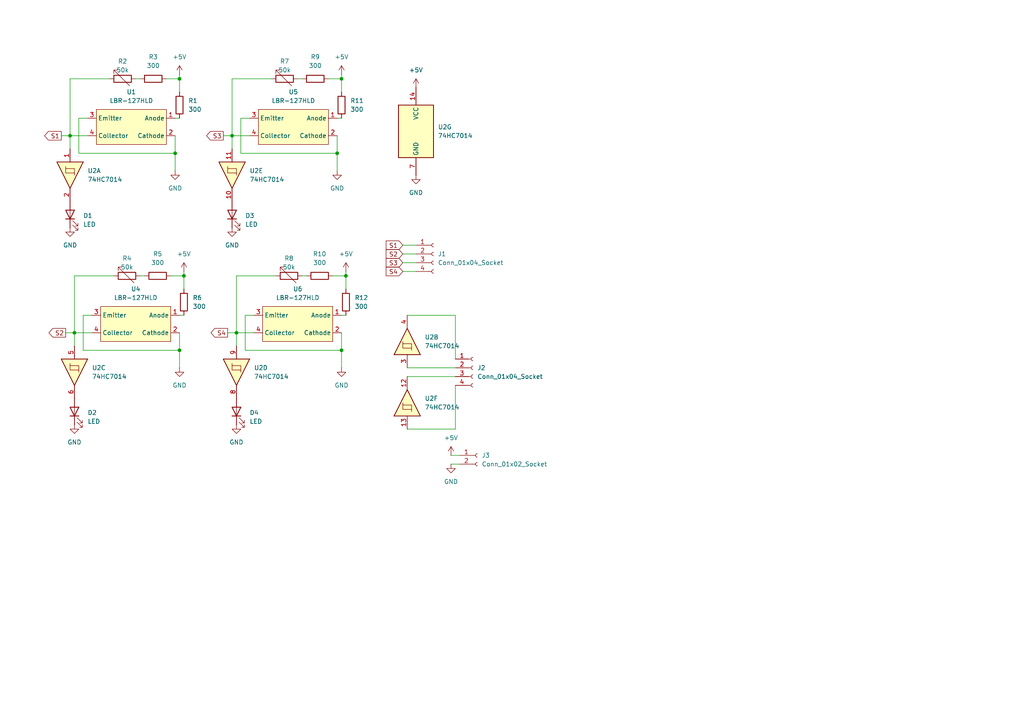
<source format=kicad_sch>
(kicad_sch (version 20231120) (generator "eeschema") (generator_version "8.0")
  (paper "A4")
  (lib_symbols
    (symbol "74xx:74HC7014"
      (property "Reference" "U" (at 0 1.27 0))
      (property "Value" "74HC7014" (at 0 -1.27 0))
      (symbol "74HC7014_1_1"
        (polyline (pts (xy -1.905 -1.27) (xy -1.905 1.27) (xy -0.635 1.27)))
        (polyline (pts (xy -3.81 3.81) (xy -3.81 -3.81) (xy 3.81 0) (xy -3.81 3.81)) (stroke (width 0.254)) (fill (type background)))
        (polyline (pts (xy -2.54 -1.27) (xy -0.635 -1.27) (xy -0.635 1.27) (xy 0 1.27)))
        (pin input line (at -7.62 0 0) (length 3.81) (name "~") (number "1"))
        (pin output line (at 7.62 0 180) (length 3.81) (name "~") (number "2"))
      )
      (symbol "74HC7014_2_1"
        (polyline (pts (xy -1.905 -1.27) (xy -1.905 1.27) (xy -0.635 1.27)))
        (polyline (pts (xy -3.81 3.81) (xy -3.81 -3.81) (xy 3.81 0) (xy -3.81 3.81)) (stroke (width 0.254)) (fill (type background)))
        (polyline (pts (xy -2.54 -1.27) (xy -0.635 -1.27) (xy -0.635 1.27) (xy 0 1.27)))
        (pin input line (at -7.62 0 0) (length 3.81) (name "~") (number "3"))
        (pin output line (at 7.62 0 180) (length 3.81) (name "~") (number "4"))
      )
      (symbol "74HC7014_3_1"
        (polyline (pts (xy -1.905 -1.27) (xy -1.905 1.27) (xy -0.635 1.27)))
        (polyline (pts (xy -3.81 3.81) (xy -3.81 -3.81) (xy 3.81 0) (xy -3.81 3.81)) (stroke (width 0.254)) (fill (type background)))
        (polyline (pts (xy -2.54 -1.27) (xy -0.635 -1.27) (xy -0.635 1.27) (xy 0 1.27)))
        (pin input line (at -7.62 0 0) (length 3.81) (name "~") (number "5"))
        (pin output line (at 7.62 0 180) (length 3.81) (name "~") (number "6"))
      )
      (symbol "74HC7014_4_1"
        (polyline (pts (xy -1.905 -1.27) (xy -1.905 1.27) (xy -0.635 1.27)))
        (polyline (pts (xy -3.81 3.81) (xy -3.81 -3.81) (xy 3.81 0) (xy -3.81 3.81)) (stroke (width 0.254)) (fill (type background)))
        (polyline (pts (xy -2.54 -1.27) (xy -0.635 -1.27) (xy -0.635 1.27) (xy 0 1.27)))
        (pin output line (at 7.62 0 180) (length 3.81) (name "~") (number "8"))
        (pin input line (at -7.62 0 0) (length 3.81) (name "~") (number "9"))
      )
      (symbol "74HC7014_5_1"
        (polyline (pts (xy -1.905 -1.27) (xy -1.905 1.27) (xy -0.635 1.27)))
        (polyline (pts (xy -3.81 3.81) (xy -3.81 -3.81) (xy 3.81 0) (xy -3.81 3.81)) (stroke (width 0.254)) (fill (type background)))
        (polyline (pts (xy -2.54 -1.27) (xy -0.635 -1.27) (xy -0.635 1.27) (xy 0 1.27)))
        (pin output line (at 7.62 0 180) (length 3.81) (name "~") (number "10"))
        (pin input line (at -7.62 0 0) (length 3.81) (name "~") (number "11"))
      )
      (symbol "74HC7014_6_1"
        (polyline (pts (xy -1.905 -1.27) (xy -1.905 1.27) (xy -0.635 1.27)))
        (polyline (pts (xy -3.81 3.81) (xy -3.81 -3.81) (xy 3.81 0) (xy -3.81 3.81)) (stroke (width 0.254)) (fill (type background)))
        (polyline (pts (xy -2.54 -1.27) (xy -0.635 -1.27) (xy -0.635 1.27) (xy 0 1.27)))
        (pin output line (at 7.62 0 180) (length 3.81) (name "~") (number "12"))
        (pin input line (at -7.62 0 0) (length 3.81) (name "~") (number "13"))
      )
      (symbol "74HC7014_7_1"
        (rectangle (start -5.08 7.62) (end 5.08 -7.62) (stroke (width 0.254)) (fill (type background)))
        (pin power_in line (at 0 12.7 270) (length 5.08) (name "VCC") (number "14"))
        (pin power_in line (at 0 -12.7 90) (length 5.08) (name "GND") (number "7"))
      )
    )
    (symbol "Connector:Conn_01x02_Socket" (pin_names (offset 1.016) hide)
      (property "Reference" "J" (at 0 2.54 0))
      (property "Value" "Conn_01x02_Socket" (at 0 -5.08 0))
      (symbol "Conn_01x02_Socket_1_1"
        (arc (start 0 -2.032) (mid -0.5058 -2.54) (end 0 -3.048) (stroke (width 0.1524)))
        (polyline (pts (xy -1.27 -2.54) (xy -0.508 -2.54)) (stroke (width 0.1524)))
        (polyline (pts (xy -1.27 0) (xy -0.508 0)) (stroke (width 0.1524)))
        (arc (start 0 0.508) (mid -0.5058 0) (end 0 -0.508) (stroke (width 0.1524)))
        (pin passive line (at -5.08 0 0) (length 3.81) (name "Pin_1") (number "1"))
        (pin passive line (at -5.08 -2.54 0) (length 3.81) (name "Pin_2") (number "2"))
      )
    )
    (symbol "Connector:Conn_01x04_Socket" (pin_names (offset 1.016) hide)
      (property "Reference" "J" (at 0 5.08 0))
      (property "Value" "Conn_01x04_Socket" (at 0 -7.62 0))
      (symbol "Conn_01x04_Socket_1_1"
        (arc (start 0 -4.572) (mid -0.5058 -5.08) (end 0 -5.588) (stroke (width 0.1524)))
        (arc (start 0 -2.032) (mid -0.5058 -2.54) (end 0 -3.048) (stroke (width 0.1524)))
        (polyline (pts (xy -1.27 -5.08) (xy -0.508 -5.08)) (stroke (width 0.1524)))
        (polyline (pts (xy -1.27 -2.54) (xy -0.508 -2.54)) (stroke (width 0.1524)))
        (polyline (pts (xy -1.27 0) (xy -0.508 0)) (stroke (width 0.1524)))
        (polyline (pts (xy -1.27 2.54) (xy -0.508 2.54)) (stroke (width 0.1524)))
        (arc (start 0 0.508) (mid -0.5058 0) (end 0 -0.508) (stroke (width 0.1524)))
        (arc (start 0 3.048) (mid -0.5058 2.54) (end 0 2.032) (stroke (width 0.1524)))
        (pin passive line (at -5.08 2.54 0) (length 3.81) (name "Pin_1") (number "1"))
        (pin passive line (at -5.08 0 0) (length 3.81) (name "Pin_2") (number "2"))
        (pin passive line (at -5.08 -2.54 0) (length 3.81) (name "Pin_3") (number "3"))
        (pin passive line (at -5.08 -5.08 0) (length 3.81) (name "Pin_4") (number "4"))
      )
    )
    (symbol "Device:LED" (pin_numbers hide) (pin_names (offset 1.016) hide)
      (property "Reference" "D" (at 0 2.54 0))
      (property "Value" "LED" (at 0 -2.54 0))
      (symbol "LED_0_1"
        (polyline (pts (xy -1.27 -1.27) (xy -1.27 1.27)) (stroke (width 0.254)))
        (polyline (pts (xy -1.27 0) (xy 1.27 0)))
        (polyline (pts (xy 1.27 -1.27) (xy 1.27 1.27) (xy -1.27 0) (xy 1.27 -1.27)) (stroke (width 0.254)))
        (polyline (pts (xy -3.048 -0.762) (xy -4.572 -2.286) (xy -3.81 -2.286) (xy -4.572 -2.286) (xy -4.572 -1.524)))
        (polyline (pts (xy -1.778 -0.762) (xy -3.302 -2.286) (xy -2.54 -2.286) (xy -3.302 -2.286) (xy -3.302 -1.524)))
      )
      (symbol "LED_1_1"
        (pin passive line (at -3.81 0 0) (length 2.54) (name "K") (number "1"))
        (pin passive line (at 3.81 0 180) (length 2.54) (name "A") (number "2"))
      )
    )
    (symbol "Device:R" (pin_numbers hide) (pin_names (offset 0))
      (property "Reference" "R" (at 2.032 0 90))
      (property "Value" "R" (at 0 0 90))
      (symbol "R_0_1"
        (rectangle (start -1.016 -2.54) (end 1.016 2.54) (stroke (width 0.254)))
      )
      (symbol "R_1_1"
        (pin passive line (at 0 3.81 270) (length 1.27) (name "~") (number "1"))
        (pin passive line (at 0 -3.81 90) (length 1.27) (name "~") (number "2"))
      )
    )
    (symbol "Device:R_Variable" (pin_numbers hide) (pin_names (offset 0))
      (property "Reference" "R" (at 2.54 -2.54 90))
      (property "Value" "R_Variable" (at -2.54 -1.27 90))
      (symbol "R_Variable_0_1"
        (rectangle (start -1.016 -2.54) (end 1.016 2.54) (stroke (width 0.254)))
        (polyline (pts (xy 2.54 1.524) (xy 2.54 2.54) (xy 1.524 2.54) (xy 2.54 2.54) (xy -2.032 -2.032)))
      )
      (symbol "R_Variable_1_1"
        (pin passive line (at 0 3.81 270) (length 1.27) (name "~") (number "1"))
        (pin passive line (at 0 -3.81 90) (length 1.27) (name "~") (number "2"))
      )
    )
    (symbol "LBR-127HLD:LBR-127HLD"
      (property "Reference" "U" (at 0 8.89 0))
      (property "Value" "LBR-127HLD" (at 0 6.35 0))
      (symbol "LBR-127HLD_1_1"
        (rectangle (start -10.16 5.08) (end 10.16 -5.08) (fill (type background)))
        (pin input line (at 12.7 2.54 180) (length 2.54) (name "Anode") (number "1"))
        (pin output line (at 12.7 -2.54 180) (length 2.54) (name "Cathode") (number "2"))
        (pin input line (at -12.7 2.54 0) (length 2.54) (name "Emitter") (number "3"))
        (pin output line (at -12.7 -2.54 0) (length 2.54) (name "Collector") (number "4"))
      )
    )
    (symbol "power:+5V" (power) (pin_numbers hide) (pin_names (offset 0) hide)
      (property "Value" "+5V" (at 0 3.556 0))
      (symbol "+5V_0_1"
        (polyline (pts (xy -0.762 1.27) (xy 0 2.54)))
        (polyline (pts (xy 0 0) (xy 0 2.54)))
        (polyline (pts (xy 0 2.54) (xy 0.762 1.27)))
      )
      (symbol "+5V_1_1"
        (pin power_in line (at 0 0 90) (length 0) (name "~") (number "1"))
      )
    )
    (symbol "power:GND" (power) (pin_numbers hide) (pin_names (offset 0) hide)
      (property "Value" "GND" (at 0 -3.81 0))
      (symbol "GND_0_1"
        (polyline (pts (xy 0 0) (xy 0 -1.27) (xy 1.27 -1.27) (xy 0 -2.54) (xy -1.27 -1.27) (xy 0 -1.27)))
      )
      (symbol "GND_1_1"
        (pin power_in line (at 0 0 270) (length 0) (name "~") (number "1"))
      )
    )
  )
  (junction (at 99.06 22.86))
  (junction (at 67.31 39.37))
  (junction (at 99.06 101.6))
  (junction (at 52.07 101.6))
  (junction (at 97.79 44.45))
  (junction (at 68.58 96.52))
  (junction (at 100.33 80.01))
  (junction (at 20.32 39.37))
  (junction (at 21.59 96.52))
  (junction (at 50.8 44.45))
  (junction (at 52.07 22.86))
  (junction (at 53.34 80.01))
  (wire (pts (xy 50.8 39.37) (xy 50.8 44.45)))
  (wire (pts (xy 48.26 22.86) (xy 52.07 22.86)))
  (wire (pts (xy 52.07 91.44) (xy 53.34 91.44)))
  (wire (pts (xy 116.84 76.2) (xy 120.65 76.2)))
  (wire (pts (xy 52.07 22.86) (xy 52.07 26.67)))
  (wire (pts (xy 40.64 80.01) (xy 41.91 80.01)))
  (wire (pts (xy 49.53 80.01) (xy 53.34 80.01)))
  (wire (pts (xy 95.25 22.86) (xy 99.06 22.86)))
  (wire (pts (xy 22.86 34.29) (xy 22.86 44.45)))
  (wire (pts (xy 132.08 104.14) (xy 132.08 91.44)))
  (wire (pts (xy 19.05 96.52) (xy 21.59 96.52)))
  (wire (pts (xy 68.58 96.52) (xy 68.58 100.33)))
  (wire (pts (xy 118.11 124.46) (xy 132.08 124.46)))
  (wire (pts (xy 96.52 80.01) (xy 100.33 80.01)))
  (wire (pts (xy 73.66 91.44) (xy 71.12 91.44)))
  (wire (pts (xy 99.06 101.6) (xy 71.12 101.6)))
  (wire (pts (xy 116.84 78.74) (xy 120.65 78.74)))
  (wire (pts (xy 53.34 80.01) (xy 53.34 83.82)))
  (wire (pts (xy 130.81 134.62) (xy 133.35 134.62)))
  (wire (pts (xy 68.58 96.52) (xy 73.66 96.52)))
  (wire (pts (xy 99.06 21.59) (xy 99.06 22.86)))
  (wire (pts (xy 97.79 39.37) (xy 97.79 44.45)))
  (wire (pts (xy 118.11 91.44) (xy 132.08 91.44)))
  (wire (pts (xy 99.06 101.6) (xy 99.06 106.68)))
  (wire (pts (xy 20.32 22.86) (xy 20.32 39.37)))
  (wire (pts (xy 52.07 101.6) (xy 24.13 101.6)))
  (wire (pts (xy 17.78 39.37) (xy 20.32 39.37)))
  (wire (pts (xy 100.33 78.74) (xy 100.33 80.01)))
  (wire (pts (xy 97.79 44.45) (xy 69.85 44.45)))
  (wire (pts (xy 69.85 34.29) (xy 69.85 44.45)))
  (wire (pts (xy 116.84 73.66) (xy 120.65 73.66)))
  (wire (pts (xy 132.08 124.46) (xy 132.08 111.76)))
  (wire (pts (xy 71.12 91.44) (xy 71.12 101.6)))
  (wire (pts (xy 52.07 101.6) (xy 52.07 106.68)))
  (wire (pts (xy 52.07 96.52) (xy 52.07 101.6)))
  (wire (pts (xy 130.81 132.08) (xy 133.35 132.08)))
  (wire (pts (xy 97.79 44.45) (xy 97.79 49.53)))
  (wire (pts (xy 80.01 80.01) (xy 68.58 80.01)))
  (wire (pts (xy 99.06 91.44) (xy 100.33 91.44)))
  (wire (pts (xy 99.06 22.86) (xy 99.06 26.67)))
  (wire (pts (xy 99.06 96.52) (xy 99.06 101.6)))
  (wire (pts (xy 72.39 34.29) (xy 69.85 34.29)))
  (wire (pts (xy 39.37 22.86) (xy 40.64 22.86)))
  (wire (pts (xy 50.8 44.45) (xy 50.8 49.53)))
  (wire (pts (xy 21.59 80.01) (xy 21.59 96.52)))
  (wire (pts (xy 21.59 96.52) (xy 21.59 100.33)))
  (wire (pts (xy 50.8 34.29) (xy 52.07 34.29)))
  (wire (pts (xy 116.84 71.12) (xy 120.65 71.12)))
  (wire (pts (xy 100.33 80.01) (xy 100.33 83.82)))
  (wire (pts (xy 87.63 80.01) (xy 88.9 80.01)))
  (wire (pts (xy 86.36 22.86) (xy 87.63 22.86)))
  (wire (pts (xy 26.67 91.44) (xy 24.13 91.44)))
  (wire (pts (xy 21.59 96.52) (xy 26.67 96.52)))
  (wire (pts (xy 67.31 39.37) (xy 67.31 43.18)))
  (wire (pts (xy 67.31 39.37) (xy 72.39 39.37)))
  (wire (pts (xy 78.74 22.86) (xy 67.31 22.86)))
  (wire (pts (xy 20.32 39.37) (xy 25.4 39.37)))
  (wire (pts (xy 97.79 34.29) (xy 99.06 34.29)))
  (wire (pts (xy 64.77 39.37) (xy 67.31 39.37)))
  (wire (pts (xy 68.58 80.01) (xy 68.58 96.52)))
  (wire (pts (xy 118.11 109.22) (xy 132.08 109.22)))
  (wire (pts (xy 52.07 21.59) (xy 52.07 22.86)))
  (wire (pts (xy 67.31 22.86) (xy 67.31 39.37)))
  (wire (pts (xy 50.8 44.45) (xy 22.86 44.45)))
  (wire (pts (xy 25.4 34.29) (xy 22.86 34.29)))
  (wire (pts (xy 66.04 96.52) (xy 68.58 96.52)))
  (wire (pts (xy 33.02 80.01) (xy 21.59 80.01)))
  (wire (pts (xy 118.11 106.68) (xy 132.08 106.68)))
  (wire (pts (xy 24.13 91.44) (xy 24.13 101.6)))
  (wire (pts (xy 53.34 78.74) (xy 53.34 80.01)))
  (wire (pts (xy 31.75 22.86) (xy 20.32 22.86)))
  (wire (pts (xy 20.32 39.37) (xy 20.32 43.18)))
  (global_label "S2" (shape input) (at 116.84 73.66 180) (property "Intersheetrefs" "${INTERSHEET_REFS}" (effects (hide yes))))
  (global_label "S1" (shape input) (at 116.84 71.12 180) (property "Intersheetrefs" "${INTERSHEET_REFS}" (effects (hide yes))))
  (global_label "S4" (shape output) (at 66.04 96.52 180) (property "Intersheetrefs" "${INTERSHEET_REFS}" (effects (hide yes))))
  (global_label "S3" (shape input) (at 116.84 76.2 180) (property "Intersheetrefs" "${INTERSHEET_REFS}" (effects (hide yes))))
  (global_label "S2" (shape output) (at 19.05 96.52 180) (property "Intersheetrefs" "${INTERSHEET_REFS}" (effects (hide yes))))
  (global_label "S1" (shape output) (at 17.78 39.37 180) (property "Intersheetrefs" "${INTERSHEET_REFS}" (effects (hide yes))))
  (global_label "S3" (shape output) (at 64.77 39.37 180) (property "Intersheetrefs" "${INTERSHEET_REFS}" (effects (hide yes))))
  (global_label "S4" (shape input) (at 116.84 78.74 180) (property "Intersheetrefs" "${INTERSHEET_REFS}" (effects (hide yes))))
  (symbol (lib_id "Device:LED") (at 21.59 119.38 90) (unit 1)
    (property "Reference" "D2" (at 25.4 119.6974 90) (effects (justify right)))
    (property "Value" "LED" (at 25.4 122.2374 90) (effects (justify right)))
    (property "Footprint" "LED_THT:LED_D3.0mm" (effects (hide yes)))
    (property "Description" "Light emitting diode" (effects (hide yes)))
  )
  (symbol (lib_id "74xx:74HC7014") (at 120.65 38.1 0) (unit 7)
    (property "Reference" "U2" (at 127 36.8299 0) (effects (justify left)))
    (property "Value" "74HC7014" (at 127 39.3699 0) (effects (justify left)))
    (property "Footprint" "Package_SO:SOIC-14_3.9x8.7mm_P1.27mm" (effects (hide yes)))
    (property "Datasheet" "https://assets.nexperia.com/documents/data-sheet/74HC7014.pdf" (effects (hide yes)))
    (property "Description" "Hex non-inverting buffer with precision Schmitt Trigger inputs, SOIC-14" (effects (hide yes)))
  )
  (symbol (lib_id "Device:R") (at 44.45 22.86 270) (unit 1)
    (property "Reference" "R3" (at 44.45 16.51 90))
    (property "Value" "300" (at 44.45 19.05 90))
    (property "Footprint" "Resistor_SMD:R_2010_5025Metric" (effects (hide yes)))
    (property "Description" "Resistor" (effects (hide yes)))
  )
  (symbol (lib_id "Connector:Conn_01x02_Socket") (at 138.43 132.08 0) (unit 1)
    (property "Reference" "J3" (at 139.7 132.0799 0) (effects (justify left)))
    (property "Value" "Conn_01x02_Socket" (at 139.7 134.6199 0) (effects (justify left)))
    (property "Footprint" "Connector_PinHeader_2.54mm:PinHeader_1x02_P2.54mm_Vertical" (effects (hide yes)))
    (property "Description" "Generic connector, single row, 01x02, script generated" (effects (hide yes)))
  )
  (symbol (lib_id "power:GND") (at 97.79 49.53 0) (unit 1)
    (property "Reference" "#PWR09" (effects (hide yes)))
    (property "Value" "GND" (at 97.79 54.61 0))
    (property "Description" "Power symbol creates a global label with name \"GND\" , ground" (effects (hide yes)))
  )
  (symbol (lib_id "Connector:Conn_01x04_Socket") (at 137.16 106.68 0) (unit 1)
    (property "Reference" "J2" (at 138.43 106.6799 0) (effects (justify left)))
    (property "Value" "Conn_01x04_Socket" (at 138.43 109.2199 0) (effects (justify left)))
    (property "Footprint" "Connector_PinHeader_2.54mm:PinHeader_1x04_P2.54mm_Vertical" (effects (hide yes)))
    (property "Description" "Generic connector, single row, 01x04, script generated" (effects (hide yes)))
  )
  (symbol (lib_id "power:GND") (at 52.07 106.68 0) (unit 1)
    (property "Reference" "#PWR05" (effects (hide yes)))
    (property "Value" "GND" (at 52.07 111.76 0))
    (property "Description" "Power symbol creates a global label with name \"GND\" , ground" (effects (hide yes)))
  )
  (symbol (lib_id "power:+5V") (at 99.06 21.59 0) (unit 1)
    (property "Reference" "#PWR010" (effects (hide yes)))
    (property "Value" "+5V" (at 99.06 16.51 0))
    (property "Description" "Power symbol creates a global label with name \"+5V\"" (effects (hide yes)))
  )
  (symbol (lib_id "LBR-127HLD:LBR-127HLD") (at 38.1 36.83 0) (unit 1)
    (property "Reference" "U1" (at 38.1 26.67 0))
    (property "Value" "LBR-127HLD" (at 38.1 29.21 0))
    (property "Footprint" "LBR-127HLD:LBR-127HLD" (effects (hide yes)))
    (property "Datasheet" "https://www.letex.com.tw/page/product/download.ashx?num=474" (effects (hide yes)))
    (property "Description" "A reflective object sensor. Made by Letex Technology Corp." (effects (hide yes)))
  )
  (symbol (lib_id "power:GND") (at 130.81 134.62 0) (unit 1)
    (property "Reference" "#PWR016" (effects (hide yes)))
    (property "Value" "GND" (at 130.81 139.7 0))
    (property "Description" "Power symbol creates a global label with name \"GND\" , ground" (effects (hide yes)))
  )
  (symbol (lib_id "Device:R") (at 52.07 30.48 0) (unit 1)
    (property "Reference" "R1" (at 54.61 29.2099 0) (effects (justify left)))
    (property "Value" "300" (at 54.61 31.7499 0) (effects (justify left)))
    (property "Footprint" "Resistor_SMD:R_2010_5025Metric" (effects (hide yes)))
    (property "Description" "Resistor" (effects (hide yes)))
  )
  (symbol (lib_id "Device:R_Variable") (at 36.83 80.01 90) (unit 1)
    (property "Reference" "R4" (at 36.83 74.93 90))
    (property "Value" "50k" (at 36.83 77.47 90))
    (property "Footprint" "自作:R_Variable" (effects (hide yes)))
    (property "Description" "Variable resistor" (effects (hide yes)))
  )
  (symbol (lib_id "power:GND") (at 21.59 123.19 0) (unit 1)
    (property "Reference" "#PWR04" (effects (hide yes)))
    (property "Value" "GND" (at 21.59 128.27 0))
    (property "Description" "Power symbol creates a global label with name \"GND\" , ground" (effects (hide yes)))
  )
  (symbol (lib_id "Device:R") (at 53.34 87.63 0) (unit 1)
    (property "Reference" "R6" (at 55.88 86.3599 0) (effects (justify left)))
    (property "Value" "300" (at 55.88 88.8999 0) (effects (justify left)))
    (property "Footprint" "Resistor_SMD:R_2010_5025Metric" (effects (hide yes)))
    (property "Description" "Resistor" (effects (hide yes)))
  )
  (symbol (lib_id "Device:LED") (at 20.32 62.23 90) (unit 1)
    (property "Reference" "D1" (at 24.13 62.5474 90) (effects (justify right)))
    (property "Value" "LED" (at 24.13 65.0874 90) (effects (justify right)))
    (property "Footprint" "LED_THT:LED_D3.0mm" (effects (hide yes)))
    (property "Description" "Light emitting diode" (effects (hide yes)))
  )
  (symbol (lib_id "Device:R") (at 92.71 80.01 270) (unit 1)
    (property "Reference" "R10" (at 92.71 73.66 90))
    (property "Value" "300" (at 92.71 76.2 90))
    (property "Footprint" "Resistor_SMD:R_2010_5025Metric" (effects (hide yes)))
    (property "Description" "Resistor" (effects (hide yes)))
  )
  (symbol (lib_id "74xx:74HC7014") (at 20.32 50.8 270) (unit 1)
    (property "Reference" "U2" (at 25.4 49.5299 90) (effects (justify left)))
    (property "Value" "74HC7014" (at 25.4 52.0699 90) (effects (justify left)))
    (property "Footprint" "Package_SO:SOIC-14_3.9x8.7mm_P1.27mm" (effects (hide yes)))
    (property "Datasheet" "https://assets.nexperia.com/documents/data-sheet/74HC7014.pdf" (effects (hide yes)))
    (property "Description" "Hex non-inverting buffer with precision Schmitt Trigger inputs, SOIC-14" (effects (hide yes)))
  )
  (symbol (lib_id "power:GND") (at 99.06 106.68 0) (unit 1)
    (property "Reference" "#PWR011" (effects (hide yes)))
    (property "Value" "GND" (at 99.06 111.76 0))
    (property "Description" "Power symbol creates a global label with name \"GND\" , ground" (effects (hide yes)))
  )
  (symbol (lib_id "power:+5V") (at 120.65 25.4 0) (unit 1)
    (property "Reference" "#PWR013" (effects (hide yes)))
    (property "Value" "+5V" (at 120.65 20.32 0))
    (property "Description" "Power symbol creates a global label with name \"+5V\"" (effects (hide yes)))
  )
  (symbol (lib_id "Connector:Conn_01x04_Socket") (at 125.73 73.66 0) (unit 1)
    (property "Reference" "J1" (at 127 73.6599 0) (effects (justify left)))
    (property "Value" "Conn_01x04_Socket" (at 127 76.1999 0) (effects (justify left)))
    (property "Footprint" "Connector_PinHeader_2.54mm:PinHeader_1x04_P2.54mm_Vertical" (effects (hide yes)))
    (property "Description" "Generic connector, single row, 01x04, script generated" (effects (hide yes)))
  )
  (symbol (lib_id "74xx:74HC7014") (at 68.58 107.95 270) (unit 4)
    (property "Reference" "U2" (at 73.66 106.6799 90) (effects (justify left)))
    (property "Value" "74HC7014" (at 73.66 109.2199 90) (effects (justify left)))
    (property "Footprint" "Package_SO:SOIC-14_3.9x8.7mm_P1.27mm" (effects (hide yes)))
    (property "Datasheet" "https://assets.nexperia.com/documents/data-sheet/74HC7014.pdf" (effects (hide yes)))
    (property "Description" "Hex non-inverting buffer with precision Schmitt Trigger inputs, SOIC-14" (effects (hide yes)))
  )
  (symbol (lib_id "Device:LED") (at 67.31 62.23 90) (unit 1)
    (property "Reference" "D3" (at 71.12 62.5474 90) (effects (justify right)))
    (property "Value" "LED" (at 71.12 65.0874 90) (effects (justify right)))
    (property "Footprint" "LED_THT:LED_D3.0mm" (effects (hide yes)))
    (property "Description" "Light emitting diode" (effects (hide yes)))
  )
  (symbol (lib_id "power:GND") (at 20.32 66.04 0) (unit 1)
    (property "Reference" "#PWR03" (effects (hide yes)))
    (property "Value" "GND" (at 20.32 71.12 0))
    (property "Description" "Power symbol creates a global label with name \"GND\" , ground" (effects (hide yes)))
  )
  (symbol (lib_id "power:+5V") (at 52.07 21.59 0) (unit 1)
    (property "Reference" "#PWR01" (effects (hide yes)))
    (property "Value" "+5V" (at 52.07 16.51 0))
    (property "Description" "Power symbol creates a global label with name \"+5V\"" (effects (hide yes)))
  )
  (symbol (lib_id "Device:R_Variable") (at 83.82 80.01 90) (unit 1)
    (property "Reference" "R8" (at 83.82 74.93 90))
    (property "Value" "50k" (at 83.82 77.47 90))
    (property "Footprint" "自作:R_Variable" (effects (hide yes)))
    (property "Description" "Variable resistor" (effects (hide yes)))
  )
  (symbol (lib_id "power:GND") (at 68.58 123.19 0) (unit 1)
    (property "Reference" "#PWR08" (effects (hide yes)))
    (property "Value" "GND" (at 68.58 128.27 0))
    (property "Description" "Power symbol creates a global label with name \"GND\" , ground" (effects (hide yes)))
  )
  (symbol (lib_id "power:+5V") (at 53.34 78.74 0) (unit 1)
    (property "Reference" "#PWR06" (effects (hide yes)))
    (property "Value" "+5V" (at 53.34 73.66 0))
    (property "Description" "Power symbol creates a global label with name \"+5V\"" (effects (hide yes)))
  )
  (symbol (lib_id "74xx:74HC7014") (at 67.31 50.8 270) (unit 5)
    (property "Reference" "U2" (at 72.39 49.5299 90) (effects (justify left)))
    (property "Value" "74HC7014" (at 72.39 52.0699 90) (effects (justify left)))
    (property "Footprint" "Package_SO:SOIC-14_3.9x8.7mm_P1.27mm" (effects (hide yes)))
    (property "Datasheet" "https://assets.nexperia.com/documents/data-sheet/74HC7014.pdf" (effects (hide yes)))
    (property "Description" "Hex non-inverting buffer with precision Schmitt Trigger inputs, SOIC-14" (effects (hide yes)))
  )
  (symbol (lib_id "74xx:74HC7014") (at 118.11 99.06 90) (unit 2)
    (property "Reference" "U2" (at 123.19 97.7899 90) (effects (justify right)))
    (property "Value" "74HC7014" (at 123.19 100.3299 90) (effects (justify right)))
    (property "Footprint" "Package_SO:SOIC-14_3.9x8.7mm_P1.27mm" (effects (hide yes)))
    (property "Datasheet" "https://assets.nexperia.com/documents/data-sheet/74HC7014.pdf" (effects (hide yes)))
    (property "Description" "Hex non-inverting buffer with precision Schmitt Trigger inputs, SOIC-14" (effects (hide yes)))
  )
  (symbol (lib_id "power:GND") (at 120.65 50.8 0) (unit 1)
    (property "Reference" "#PWR014" (effects (hide yes)))
    (property "Value" "GND" (at 120.65 55.88 0))
    (property "Description" "Power symbol creates a global label with name \"GND\" , ground" (effects (hide yes)))
  )
  (symbol (lib_id "Device:R") (at 99.06 30.48 0) (unit 1)
    (property "Reference" "R11" (at 101.6 29.2099 0) (effects (justify left)))
    (property "Value" "300" (at 101.6 31.7499 0) (effects (justify left)))
    (property "Footprint" "Resistor_SMD:R_2010_5025Metric" (effects (hide yes)))
    (property "Description" "Resistor" (effects (hide yes)))
  )
  (symbol (lib_id "74xx:74HC7014") (at 118.11 116.84 90) (unit 6)
    (property "Reference" "U2" (at 123.19 115.5699 90) (effects (justify right)))
    (property "Value" "74HC7014" (at 123.19 118.1099 90) (effects (justify right)))
    (property "Footprint" "Package_SO:SOIC-14_3.9x8.7mm_P1.27mm" (effects (hide yes)))
    (property "Datasheet" "https://assets.nexperia.com/documents/data-sheet/74HC7014.pdf" (effects (hide yes)))
    (property "Description" "Hex non-inverting buffer with precision Schmitt Trigger inputs, SOIC-14" (effects (hide yes)))
  )
  (symbol (lib_id "LBR-127HLD:LBR-127HLD") (at 86.36 93.98 0) (unit 1)
    (property "Reference" "U6" (at 86.36 83.82 0))
    (property "Value" "LBR-127HLD" (at 86.36 86.36 0))
    (property "Footprint" "LBR-127HLD:LBR-127HLD" (effects (hide yes)))
    (property "Datasheet" "https://www.letex.com.tw/page/product/download.ashx?num=474" (effects (hide yes)))
    (property "Description" "A reflective object sensor. Made by Letex Technology Corp." (effects (hide yes)))
  )
  (symbol (lib_id "power:GND") (at 67.31 66.04 0) (unit 1)
    (property "Reference" "#PWR07" (effects (hide yes)))
    (property "Value" "GND" (at 67.31 71.12 0))
    (property "Description" "Power symbol creates a global label with name \"GND\" , ground" (effects (hide yes)))
  )
  (symbol (lib_id "Device:R_Variable") (at 82.55 22.86 90) (unit 1)
    (property "Reference" "R7" (at 82.55 17.78 90))
    (property "Value" "50k" (at 82.55 20.32 90))
    (property "Footprint" "自作:R_Variable" (effects (hide yes)))
    (property "Description" "Variable resistor" (effects (hide yes)))
  )
  (symbol (lib_id "LBR-127HLD:LBR-127HLD") (at 39.37 93.98 0) (unit 1)
    (property "Reference" "U4" (at 39.37 83.82 0))
    (property "Value" "LBR-127HLD" (at 39.37 86.36 0))
    (property "Footprint" "LBR-127HLD:LBR-127HLD" (effects (hide yes)))
    (property "Datasheet" "https://www.letex.com.tw/page/product/download.ashx?num=474" (effects (hide yes)))
    (property "Description" "A reflective object sensor. Made by Letex Technology Corp." (effects (hide yes)))
  )
  (symbol (lib_id "Device:R") (at 91.44 22.86 270) (unit 1)
    (property "Reference" "R9" (at 91.44 16.51 90))
    (property "Value" "300" (at 91.44 19.05 90))
    (property "Footprint" "Resistor_SMD:R_2010_5025Metric" (effects (hide yes)))
    (property "Description" "Resistor" (effects (hide yes)))
  )
  (symbol (lib_id "Device:LED") (at 68.58 119.38 90) (unit 1)
    (property "Reference" "D4" (at 72.39 119.6974 90) (effects (justify right)))
    (property "Value" "LED" (at 72.39 122.2374 90) (effects (justify right)))
    (property "Footprint" "LED_THT:LED_D3.0mm" (effects (hide yes)))
    (property "Description" "Light emitting diode" (effects (hide yes)))
  )
  (symbol (lib_id "Device:R") (at 45.72 80.01 270) (unit 1)
    (property "Reference" "R5" (at 45.72 73.66 90))
    (property "Value" "300" (at 45.72 76.2 90))
    (property "Footprint" "Resistor_SMD:R_2010_5025Metric" (effects (hide yes)))
    (property "Description" "Resistor" (effects (hide yes)))
  )
  (symbol (lib_id "power:+5V") (at 130.81 132.08 0) (unit 1)
    (property "Reference" "#PWR015" (effects (hide yes)))
    (property "Value" "+5V" (at 130.81 127 0))
    (property "Description" "Power symbol creates a global label with name \"+5V\"" (effects (hide yes)))
  )
  (symbol (lib_id "74xx:74HC7014") (at 21.59 107.95 270) (unit 3)
    (property "Reference" "U2" (at 26.67 106.6799 90) (effects (justify left)))
    (property "Value" "74HC7014" (at 26.67 109.2199 90) (effects (justify left)))
    (property "Footprint" "Package_SO:SOIC-14_3.9x8.7mm_P1.27mm" (effects (hide yes)))
    (property "Datasheet" "https://assets.nexperia.com/documents/data-sheet/74HC7014.pdf" (effects (hide yes)))
    (property "Description" "Hex non-inverting buffer with precision Schmitt Trigger inputs, SOIC-14" (effects (hide yes)))
  )
  (symbol (lib_id "Device:R") (at 100.33 87.63 0) (unit 1)
    (property "Reference" "R12" (at 102.87 86.3599 0) (effects (justify left)))
    (property "Value" "300" (at 102.87 88.8999 0) (effects (justify left)))
    (property "Footprint" "Resistor_SMD:R_2010_5025Metric" (effects (hide yes)))
    (property "Description" "Resistor" (effects (hide yes)))
  )
  (symbol (lib_id "Device:R_Variable") (at 35.56 22.86 90) (unit 1)
    (property "Reference" "R2" (at 35.56 17.78 90))
    (property "Value" "50k" (at 35.56 20.32 90))
    (property "Footprint" "自作:R_Variable" (effects (hide yes)))
    (property "Description" "Variable resistor" (effects (hide yes)))
  )
  (symbol (lib_id "power:GND") (at 50.8 49.53 0) (unit 1)
    (property "Reference" "#PWR02" (effects (hide yes)))
    (property "Value" "GND" (at 50.8 54.61 0))
    (property "Description" "Power symbol creates a global label with name \"GND\" , ground" (effects (hide yes)))
  )
  (symbol (lib_id "power:+5V") (at 100.33 78.74 0) (unit 1)
    (property "Reference" "#PWR012" (effects (hide yes)))
    (property "Value" "+5V" (at 100.33 73.66 0))
    (property "Description" "Power symbol creates a global label with name \"+5V\"" (effects (hide yes)))
  )
  (symbol (lib_id "LBR-127HLD:LBR-127HLD") (at 85.09 36.83 0) (unit 1)
    (property "Reference" "U5" (at 85.09 26.67 0))
    (property "Value" "LBR-127HLD" (at 85.09 29.21 0))
    (property "Footprint" "LBR-127HLD:LBR-127HLD" (effects (hide yes)))
    (property "Datasheet" "https://www.letex.com.tw/page/product/download.ashx?num=474" (effects (hide yes)))
    (property "Description" "A reflective object sensor. Made by Letex Technology Corp." (effects (hide yes)))
  )
)
</source>
